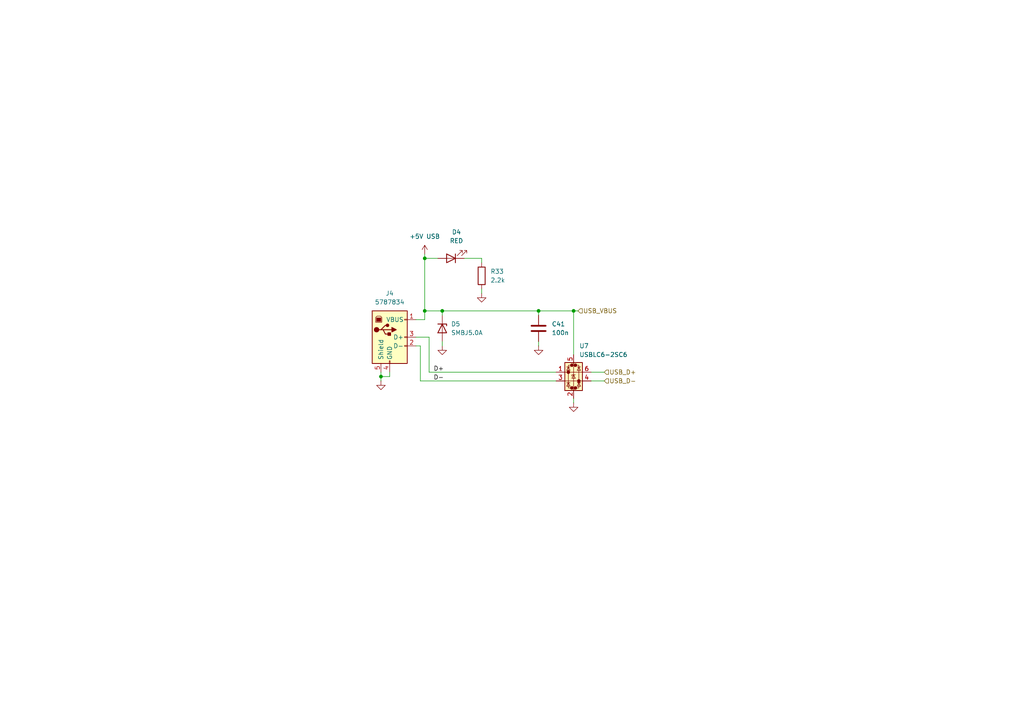
<source format=kicad_sch>
(kicad_sch
	(version 20250114)
	(generator "eeschema")
	(generator_version "9.0")
	(uuid "84a76aa0-d005-4219-8035-39b83764822a")
	(paper "A4")
	(lib_symbols
		(symbol "Connector:USB_B"
			(pin_names
				(offset 1.016)
			)
			(exclude_from_sim no)
			(in_bom yes)
			(on_board yes)
			(property "Reference" "J"
				(at -5.08 11.43 0)
				(effects
					(font
						(size 1.27 1.27)
					)
					(justify left)
				)
			)
			(property "Value" "USB_B"
				(at -5.08 8.89 0)
				(effects
					(font
						(size 1.27 1.27)
					)
					(justify left)
				)
			)
			(property "Footprint" ""
				(at 3.81 -1.27 0)
				(effects
					(font
						(size 1.27 1.27)
					)
					(hide yes)
				)
			)
			(property "Datasheet" "~"
				(at 3.81 -1.27 0)
				(effects
					(font
						(size 1.27 1.27)
					)
					(hide yes)
				)
			)
			(property "Description" "USB Type B connector"
				(at 0 0 0)
				(effects
					(font
						(size 1.27 1.27)
					)
					(hide yes)
				)
			)
			(property "ki_keywords" "connector USB"
				(at 0 0 0)
				(effects
					(font
						(size 1.27 1.27)
					)
					(hide yes)
				)
			)
			(property "ki_fp_filters" "USB*"
				(at 0 0 0)
				(effects
					(font
						(size 1.27 1.27)
					)
					(hide yes)
				)
			)
			(symbol "USB_B_0_1"
				(rectangle
					(start -5.08 -7.62)
					(end 5.08 7.62)
					(stroke
						(width 0.254)
						(type default)
					)
					(fill
						(type background)
					)
				)
				(polyline
					(pts
						(xy -4.064 4.318) (xy -2.286 4.318) (xy -2.286 5.715) (xy -2.667 6.096) (xy -3.683 6.096) (xy -4.064 5.715)
						(xy -4.064 4.318)
					)
					(stroke
						(width 0)
						(type default)
					)
					(fill
						(type none)
					)
				)
				(rectangle
					(start -3.81 5.588)
					(end -2.54 4.572)
					(stroke
						(width 0)
						(type default)
					)
					(fill
						(type outline)
					)
				)
				(circle
					(center -3.81 2.159)
					(radius 0.635)
					(stroke
						(width 0.254)
						(type default)
					)
					(fill
						(type outline)
					)
				)
				(polyline
					(pts
						(xy -3.175 2.159) (xy -2.54 2.159) (xy -1.27 3.429) (xy -0.635 3.429)
					)
					(stroke
						(width 0.254)
						(type default)
					)
					(fill
						(type none)
					)
				)
				(polyline
					(pts
						(xy -2.54 2.159) (xy -1.905 2.159) (xy -1.27 0.889) (xy 0 0.889)
					)
					(stroke
						(width 0.254)
						(type default)
					)
					(fill
						(type none)
					)
				)
				(polyline
					(pts
						(xy -1.905 2.159) (xy 0.635 2.159)
					)
					(stroke
						(width 0.254)
						(type default)
					)
					(fill
						(type none)
					)
				)
				(circle
					(center -0.635 3.429)
					(radius 0.381)
					(stroke
						(width 0.254)
						(type default)
					)
					(fill
						(type outline)
					)
				)
				(rectangle
					(start -0.127 -7.62)
					(end 0.127 -6.858)
					(stroke
						(width 0)
						(type default)
					)
					(fill
						(type none)
					)
				)
				(rectangle
					(start 0.254 1.27)
					(end -0.508 0.508)
					(stroke
						(width 0.254)
						(type default)
					)
					(fill
						(type outline)
					)
				)
				(polyline
					(pts
						(xy 0.635 2.794) (xy 0.635 1.524) (xy 1.905 2.159) (xy 0.635 2.794)
					)
					(stroke
						(width 0.254)
						(type default)
					)
					(fill
						(type outline)
					)
				)
				(rectangle
					(start 5.08 4.953)
					(end 4.318 5.207)
					(stroke
						(width 0)
						(type default)
					)
					(fill
						(type none)
					)
				)
				(rectangle
					(start 5.08 -0.127)
					(end 4.318 0.127)
					(stroke
						(width 0)
						(type default)
					)
					(fill
						(type none)
					)
				)
				(rectangle
					(start 5.08 -2.667)
					(end 4.318 -2.413)
					(stroke
						(width 0)
						(type default)
					)
					(fill
						(type none)
					)
				)
			)
			(symbol "USB_B_1_1"
				(pin passive line
					(at -2.54 -10.16 90)
					(length 2.54)
					(name "Shield"
						(effects
							(font
								(size 1.27 1.27)
							)
						)
					)
					(number "5"
						(effects
							(font
								(size 1.27 1.27)
							)
						)
					)
				)
				(pin power_out line
					(at 0 -10.16 90)
					(length 2.54)
					(name "GND"
						(effects
							(font
								(size 1.27 1.27)
							)
						)
					)
					(number "4"
						(effects
							(font
								(size 1.27 1.27)
							)
						)
					)
				)
				(pin power_out line
					(at 7.62 5.08 180)
					(length 2.54)
					(name "VBUS"
						(effects
							(font
								(size 1.27 1.27)
							)
						)
					)
					(number "1"
						(effects
							(font
								(size 1.27 1.27)
							)
						)
					)
				)
				(pin bidirectional line
					(at 7.62 0 180)
					(length 2.54)
					(name "D+"
						(effects
							(font
								(size 1.27 1.27)
							)
						)
					)
					(number "3"
						(effects
							(font
								(size 1.27 1.27)
							)
						)
					)
				)
				(pin bidirectional line
					(at 7.62 -2.54 180)
					(length 2.54)
					(name "D-"
						(effects
							(font
								(size 1.27 1.27)
							)
						)
					)
					(number "2"
						(effects
							(font
								(size 1.27 1.27)
							)
						)
					)
				)
			)
			(embedded_fonts no)
		)
		(symbol "Device:C"
			(pin_numbers
				(hide yes)
			)
			(pin_names
				(offset 0.254)
			)
			(exclude_from_sim no)
			(in_bom yes)
			(on_board yes)
			(property "Reference" "C"
				(at 0.635 2.54 0)
				(effects
					(font
						(size 1.27 1.27)
					)
					(justify left)
				)
			)
			(property "Value" "C"
				(at 0.635 -2.54 0)
				(effects
					(font
						(size 1.27 1.27)
					)
					(justify left)
				)
			)
			(property "Footprint" ""
				(at 0.9652 -3.81 0)
				(effects
					(font
						(size 1.27 1.27)
					)
					(hide yes)
				)
			)
			(property "Datasheet" "~"
				(at 0 0 0)
				(effects
					(font
						(size 1.27 1.27)
					)
					(hide yes)
				)
			)
			(property "Description" "Unpolarized capacitor"
				(at 0 0 0)
				(effects
					(font
						(size 1.27 1.27)
					)
					(hide yes)
				)
			)
			(property "ki_keywords" "cap capacitor"
				(at 0 0 0)
				(effects
					(font
						(size 1.27 1.27)
					)
					(hide yes)
				)
			)
			(property "ki_fp_filters" "C_*"
				(at 0 0 0)
				(effects
					(font
						(size 1.27 1.27)
					)
					(hide yes)
				)
			)
			(symbol "C_0_1"
				(polyline
					(pts
						(xy -2.032 0.762) (xy 2.032 0.762)
					)
					(stroke
						(width 0.508)
						(type default)
					)
					(fill
						(type none)
					)
				)
				(polyline
					(pts
						(xy -2.032 -0.762) (xy 2.032 -0.762)
					)
					(stroke
						(width 0.508)
						(type default)
					)
					(fill
						(type none)
					)
				)
			)
			(symbol "C_1_1"
				(pin passive line
					(at 0 3.81 270)
					(length 2.794)
					(name "~"
						(effects
							(font
								(size 1.27 1.27)
							)
						)
					)
					(number "1"
						(effects
							(font
								(size 1.27 1.27)
							)
						)
					)
				)
				(pin passive line
					(at 0 -3.81 90)
					(length 2.794)
					(name "~"
						(effects
							(font
								(size 1.27 1.27)
							)
						)
					)
					(number "2"
						(effects
							(font
								(size 1.27 1.27)
							)
						)
					)
				)
			)
			(embedded_fonts no)
		)
		(symbol "Device:D_Zener"
			(pin_numbers
				(hide yes)
			)
			(pin_names
				(offset 1.016)
				(hide yes)
			)
			(exclude_from_sim no)
			(in_bom yes)
			(on_board yes)
			(property "Reference" "D"
				(at 0 2.54 0)
				(effects
					(font
						(size 1.27 1.27)
					)
				)
			)
			(property "Value" "D_Zener"
				(at 0 -2.54 0)
				(effects
					(font
						(size 1.27 1.27)
					)
				)
			)
			(property "Footprint" ""
				(at 0 0 0)
				(effects
					(font
						(size 1.27 1.27)
					)
					(hide yes)
				)
			)
			(property "Datasheet" "~"
				(at 0 0 0)
				(effects
					(font
						(size 1.27 1.27)
					)
					(hide yes)
				)
			)
			(property "Description" "Zener diode"
				(at 0 0 0)
				(effects
					(font
						(size 1.27 1.27)
					)
					(hide yes)
				)
			)
			(property "ki_keywords" "diode"
				(at 0 0 0)
				(effects
					(font
						(size 1.27 1.27)
					)
					(hide yes)
				)
			)
			(property "ki_fp_filters" "TO-???* *_Diode_* *SingleDiode* D_*"
				(at 0 0 0)
				(effects
					(font
						(size 1.27 1.27)
					)
					(hide yes)
				)
			)
			(symbol "D_Zener_0_1"
				(polyline
					(pts
						(xy -1.27 -1.27) (xy -1.27 1.27) (xy -0.762 1.27)
					)
					(stroke
						(width 0.254)
						(type default)
					)
					(fill
						(type none)
					)
				)
				(polyline
					(pts
						(xy 1.27 0) (xy -1.27 0)
					)
					(stroke
						(width 0)
						(type default)
					)
					(fill
						(type none)
					)
				)
				(polyline
					(pts
						(xy 1.27 -1.27) (xy 1.27 1.27) (xy -1.27 0) (xy 1.27 -1.27)
					)
					(stroke
						(width 0.254)
						(type default)
					)
					(fill
						(type none)
					)
				)
			)
			(symbol "D_Zener_1_1"
				(pin passive line
					(at -3.81 0 0)
					(length 2.54)
					(name "K"
						(effects
							(font
								(size 1.27 1.27)
							)
						)
					)
					(number "1"
						(effects
							(font
								(size 1.27 1.27)
							)
						)
					)
				)
				(pin passive line
					(at 3.81 0 180)
					(length 2.54)
					(name "A"
						(effects
							(font
								(size 1.27 1.27)
							)
						)
					)
					(number "2"
						(effects
							(font
								(size 1.27 1.27)
							)
						)
					)
				)
			)
			(embedded_fonts no)
		)
		(symbol "Device:LED"
			(pin_numbers
				(hide yes)
			)
			(pin_names
				(offset 1.016)
				(hide yes)
			)
			(exclude_from_sim no)
			(in_bom yes)
			(on_board yes)
			(property "Reference" "D"
				(at 0 2.54 0)
				(effects
					(font
						(size 1.27 1.27)
					)
				)
			)
			(property "Value" "LED"
				(at 0 -2.54 0)
				(effects
					(font
						(size 1.27 1.27)
					)
				)
			)
			(property "Footprint" ""
				(at 0 0 0)
				(effects
					(font
						(size 1.27 1.27)
					)
					(hide yes)
				)
			)
			(property "Datasheet" "~"
				(at 0 0 0)
				(effects
					(font
						(size 1.27 1.27)
					)
					(hide yes)
				)
			)
			(property "Description" "Light emitting diode"
				(at 0 0 0)
				(effects
					(font
						(size 1.27 1.27)
					)
					(hide yes)
				)
			)
			(property "Sim.Pins" "1=K 2=A"
				(at 0 0 0)
				(effects
					(font
						(size 1.27 1.27)
					)
					(hide yes)
				)
			)
			(property "ki_keywords" "LED diode"
				(at 0 0 0)
				(effects
					(font
						(size 1.27 1.27)
					)
					(hide yes)
				)
			)
			(property "ki_fp_filters" "LED* LED_SMD:* LED_THT:*"
				(at 0 0 0)
				(effects
					(font
						(size 1.27 1.27)
					)
					(hide yes)
				)
			)
			(symbol "LED_0_1"
				(polyline
					(pts
						(xy -3.048 -0.762) (xy -4.572 -2.286) (xy -3.81 -2.286) (xy -4.572 -2.286) (xy -4.572 -1.524)
					)
					(stroke
						(width 0)
						(type default)
					)
					(fill
						(type none)
					)
				)
				(polyline
					(pts
						(xy -1.778 -0.762) (xy -3.302 -2.286) (xy -2.54 -2.286) (xy -3.302 -2.286) (xy -3.302 -1.524)
					)
					(stroke
						(width 0)
						(type default)
					)
					(fill
						(type none)
					)
				)
				(polyline
					(pts
						(xy -1.27 0) (xy 1.27 0)
					)
					(stroke
						(width 0)
						(type default)
					)
					(fill
						(type none)
					)
				)
				(polyline
					(pts
						(xy -1.27 -1.27) (xy -1.27 1.27)
					)
					(stroke
						(width 0.254)
						(type default)
					)
					(fill
						(type none)
					)
				)
				(polyline
					(pts
						(xy 1.27 -1.27) (xy 1.27 1.27) (xy -1.27 0) (xy 1.27 -1.27)
					)
					(stroke
						(width 0.254)
						(type default)
					)
					(fill
						(type none)
					)
				)
			)
			(symbol "LED_1_1"
				(pin passive line
					(at -3.81 0 0)
					(length 2.54)
					(name "K"
						(effects
							(font
								(size 1.27 1.27)
							)
						)
					)
					(number "1"
						(effects
							(font
								(size 1.27 1.27)
							)
						)
					)
				)
				(pin passive line
					(at 3.81 0 180)
					(length 2.54)
					(name "A"
						(effects
							(font
								(size 1.27 1.27)
							)
						)
					)
					(number "2"
						(effects
							(font
								(size 1.27 1.27)
							)
						)
					)
				)
			)
			(embedded_fonts no)
		)
		(symbol "Device:R"
			(pin_numbers
				(hide yes)
			)
			(pin_names
				(offset 0)
			)
			(exclude_from_sim no)
			(in_bom yes)
			(on_board yes)
			(property "Reference" "R"
				(at 2.032 0 90)
				(effects
					(font
						(size 1.27 1.27)
					)
				)
			)
			(property "Value" "R"
				(at 0 0 90)
				(effects
					(font
						(size 1.27 1.27)
					)
				)
			)
			(property "Footprint" ""
				(at -1.778 0 90)
				(effects
					(font
						(size 1.27 1.27)
					)
					(hide yes)
				)
			)
			(property "Datasheet" "~"
				(at 0 0 0)
				(effects
					(font
						(size 1.27 1.27)
					)
					(hide yes)
				)
			)
			(property "Description" "Resistor"
				(at 0 0 0)
				(effects
					(font
						(size 1.27 1.27)
					)
					(hide yes)
				)
			)
			(property "ki_keywords" "R res resistor"
				(at 0 0 0)
				(effects
					(font
						(size 1.27 1.27)
					)
					(hide yes)
				)
			)
			(property "ki_fp_filters" "R_*"
				(at 0 0 0)
				(effects
					(font
						(size 1.27 1.27)
					)
					(hide yes)
				)
			)
			(symbol "R_0_1"
				(rectangle
					(start -1.016 -2.54)
					(end 1.016 2.54)
					(stroke
						(width 0.254)
						(type default)
					)
					(fill
						(type none)
					)
				)
			)
			(symbol "R_1_1"
				(pin passive line
					(at 0 3.81 270)
					(length 1.27)
					(name "~"
						(effects
							(font
								(size 1.27 1.27)
							)
						)
					)
					(number "1"
						(effects
							(font
								(size 1.27 1.27)
							)
						)
					)
				)
				(pin passive line
					(at 0 -3.81 90)
					(length 1.27)
					(name "~"
						(effects
							(font
								(size 1.27 1.27)
							)
						)
					)
					(number "2"
						(effects
							(font
								(size 1.27 1.27)
							)
						)
					)
				)
			)
			(embedded_fonts no)
		)
		(symbol "Power_Protection:USBLC6-2SC6"
			(pin_names
				(hide yes)
			)
			(exclude_from_sim no)
			(in_bom yes)
			(on_board yes)
			(property "Reference" "U"
				(at 0.635 5.715 0)
				(effects
					(font
						(size 1.27 1.27)
					)
					(justify left)
				)
			)
			(property "Value" "USBLC6-2SC6"
				(at 0.635 3.81 0)
				(effects
					(font
						(size 1.27 1.27)
					)
					(justify left)
				)
			)
			(property "Footprint" "Package_TO_SOT_SMD:SOT-23-6"
				(at 1.27 -6.35 0)
				(effects
					(font
						(size 1.27 1.27)
						(italic yes)
					)
					(justify left)
					(hide yes)
				)
			)
			(property "Datasheet" "https://www.st.com/resource/en/datasheet/usblc6-2.pdf"
				(at 1.27 -8.255 0)
				(effects
					(font
						(size 1.27 1.27)
					)
					(justify left)
					(hide yes)
				)
			)
			(property "Description" "Very low capacitance ESD protection diode, 2 data-line, SOT-23-6"
				(at 0 0 0)
				(effects
					(font
						(size 1.27 1.27)
					)
					(hide yes)
				)
			)
			(property "ki_keywords" "usb ethernet video"
				(at 0 0 0)
				(effects
					(font
						(size 1.27 1.27)
					)
					(hide yes)
				)
			)
			(property "ki_fp_filters" "SOT?23*"
				(at 0 0 0)
				(effects
					(font
						(size 1.27 1.27)
					)
					(hide yes)
				)
			)
			(symbol "USBLC6-2SC6_0_0"
				(circle
					(center -1.524 0)
					(radius 0.0001)
					(stroke
						(width 0.508)
						(type default)
					)
					(fill
						(type none)
					)
				)
				(circle
					(center -0.508 2.032)
					(radius 0.0001)
					(stroke
						(width 0.508)
						(type default)
					)
					(fill
						(type none)
					)
				)
				(circle
					(center -0.508 -4.572)
					(radius 0.0001)
					(stroke
						(width 0.508)
						(type default)
					)
					(fill
						(type none)
					)
				)
				(circle
					(center 0.508 2.032)
					(radius 0.0001)
					(stroke
						(width 0.508)
						(type default)
					)
					(fill
						(type none)
					)
				)
				(circle
					(center 0.508 -4.572)
					(radius 0.0001)
					(stroke
						(width 0.508)
						(type default)
					)
					(fill
						(type none)
					)
				)
				(circle
					(center 1.524 -2.54)
					(radius 0.0001)
					(stroke
						(width 0.508)
						(type default)
					)
					(fill
						(type none)
					)
				)
			)
			(symbol "USBLC6-2SC6_0_1"
				(polyline
					(pts
						(xy -2.54 0) (xy 2.54 0)
					)
					(stroke
						(width 0)
						(type default)
					)
					(fill
						(type none)
					)
				)
				(polyline
					(pts
						(xy -2.54 -2.54) (xy 2.54 -2.54)
					)
					(stroke
						(width 0)
						(type default)
					)
					(fill
						(type none)
					)
				)
				(polyline
					(pts
						(xy -2.032 0.508) (xy -1.016 0.508) (xy -1.524 1.524) (xy -2.032 0.508)
					)
					(stroke
						(width 0)
						(type default)
					)
					(fill
						(type none)
					)
				)
				(polyline
					(pts
						(xy -2.032 -3.048) (xy -1.016 -3.048)
					)
					(stroke
						(width 0)
						(type default)
					)
					(fill
						(type none)
					)
				)
				(polyline
					(pts
						(xy -1.016 1.524) (xy -2.032 1.524)
					)
					(stroke
						(width 0)
						(type default)
					)
					(fill
						(type none)
					)
				)
				(polyline
					(pts
						(xy -1.016 -4.064) (xy -2.032 -4.064) (xy -1.524 -3.048) (xy -1.016 -4.064)
					)
					(stroke
						(width 0)
						(type default)
					)
					(fill
						(type none)
					)
				)
				(polyline
					(pts
						(xy -0.508 -1.143) (xy -0.508 -0.762) (xy 0.508 -0.762)
					)
					(stroke
						(width 0)
						(type default)
					)
					(fill
						(type none)
					)
				)
				(polyline
					(pts
						(xy 0 2.54) (xy -0.508 2.032) (xy 0.508 2.032) (xy 0 1.524) (xy 0 -4.064) (xy -0.508 -4.572) (xy 0.508 -4.572)
						(xy 0 -5.08)
					)
					(stroke
						(width 0)
						(type default)
					)
					(fill
						(type none)
					)
				)
				(polyline
					(pts
						(xy 0.508 -1.778) (xy -0.508 -1.778) (xy 0 -0.762) (xy 0.508 -1.778)
					)
					(stroke
						(width 0)
						(type default)
					)
					(fill
						(type none)
					)
				)
				(polyline
					(pts
						(xy 1.016 1.524) (xy 2.032 1.524)
					)
					(stroke
						(width 0)
						(type default)
					)
					(fill
						(type none)
					)
				)
				(polyline
					(pts
						(xy 1.016 -3.048) (xy 2.032 -3.048)
					)
					(stroke
						(width 0)
						(type default)
					)
					(fill
						(type none)
					)
				)
				(polyline
					(pts
						(xy 2.032 0.508) (xy 1.016 0.508) (xy 1.524 1.524) (xy 2.032 0.508)
					)
					(stroke
						(width 0)
						(type default)
					)
					(fill
						(type none)
					)
				)
				(polyline
					(pts
						(xy 2.032 -4.064) (xy 1.016 -4.064) (xy 1.524 -3.048) (xy 2.032 -4.064)
					)
					(stroke
						(width 0)
						(type default)
					)
					(fill
						(type none)
					)
				)
			)
			(symbol "USBLC6-2SC6_1_1"
				(rectangle
					(start -2.54 2.794)
					(end 2.54 -5.334)
					(stroke
						(width 0.254)
						(type default)
					)
					(fill
						(type background)
					)
				)
				(polyline
					(pts
						(xy -0.508 2.032) (xy -1.524 2.032) (xy -1.524 -4.572) (xy -0.508 -4.572)
					)
					(stroke
						(width 0)
						(type default)
					)
					(fill
						(type none)
					)
				)
				(polyline
					(pts
						(xy 0.508 -4.572) (xy 1.524 -4.572) (xy 1.524 2.032) (xy 0.508 2.032)
					)
					(stroke
						(width 0)
						(type default)
					)
					(fill
						(type none)
					)
				)
				(pin passive line
					(at -5.08 0 0)
					(length 2.54)
					(name "I/O1"
						(effects
							(font
								(size 1.27 1.27)
							)
						)
					)
					(number "1"
						(effects
							(font
								(size 1.27 1.27)
							)
						)
					)
				)
				(pin passive line
					(at -5.08 -2.54 0)
					(length 2.54)
					(name "I/O2"
						(effects
							(font
								(size 1.27 1.27)
							)
						)
					)
					(number "3"
						(effects
							(font
								(size 1.27 1.27)
							)
						)
					)
				)
				(pin passive line
					(at 0 5.08 270)
					(length 2.54)
					(name "VBUS"
						(effects
							(font
								(size 1.27 1.27)
							)
						)
					)
					(number "5"
						(effects
							(font
								(size 1.27 1.27)
							)
						)
					)
				)
				(pin passive line
					(at 0 -7.62 90)
					(length 2.54)
					(name "GND"
						(effects
							(font
								(size 1.27 1.27)
							)
						)
					)
					(number "2"
						(effects
							(font
								(size 1.27 1.27)
							)
						)
					)
				)
				(pin passive line
					(at 5.08 0 180)
					(length 2.54)
					(name "I/O1"
						(effects
							(font
								(size 1.27 1.27)
							)
						)
					)
					(number "6"
						(effects
							(font
								(size 1.27 1.27)
							)
						)
					)
				)
				(pin passive line
					(at 5.08 -2.54 180)
					(length 2.54)
					(name "I/O2"
						(effects
							(font
								(size 1.27 1.27)
							)
						)
					)
					(number "4"
						(effects
							(font
								(size 1.27 1.27)
							)
						)
					)
				)
			)
			(embedded_fonts no)
		)
		(symbol "power:+5V"
			(power)
			(pin_numbers
				(hide yes)
			)
			(pin_names
				(offset 0)
				(hide yes)
			)
			(exclude_from_sim no)
			(in_bom yes)
			(on_board yes)
			(property "Reference" "#PWR"
				(at 0 -3.81 0)
				(effects
					(font
						(size 1.27 1.27)
					)
					(hide yes)
				)
			)
			(property "Value" "+5V"
				(at 0 3.556 0)
				(effects
					(font
						(size 1.27 1.27)
					)
				)
			)
			(property "Footprint" ""
				(at 0 0 0)
				(effects
					(font
						(size 1.27 1.27)
					)
					(hide yes)
				)
			)
			(property "Datasheet" ""
				(at 0 0 0)
				(effects
					(font
						(size 1.27 1.27)
					)
					(hide yes)
				)
			)
			(property "Description" "Power symbol creates a global label with name \"+5V\""
				(at 0 0 0)
				(effects
					(font
						(size 1.27 1.27)
					)
					(hide yes)
				)
			)
			(property "ki_keywords" "global power"
				(at 0 0 0)
				(effects
					(font
						(size 1.27 1.27)
					)
					(hide yes)
				)
			)
			(symbol "+5V_0_1"
				(polyline
					(pts
						(xy -0.762 1.27) (xy 0 2.54)
					)
					(stroke
						(width 0)
						(type default)
					)
					(fill
						(type none)
					)
				)
				(polyline
					(pts
						(xy 0 2.54) (xy 0.762 1.27)
					)
					(stroke
						(width 0)
						(type default)
					)
					(fill
						(type none)
					)
				)
				(polyline
					(pts
						(xy 0 0) (xy 0 2.54)
					)
					(stroke
						(width 0)
						(type default)
					)
					(fill
						(type none)
					)
				)
			)
			(symbol "+5V_1_1"
				(pin power_in line
					(at 0 0 90)
					(length 0)
					(name "~"
						(effects
							(font
								(size 1.27 1.27)
							)
						)
					)
					(number "1"
						(effects
							(font
								(size 1.27 1.27)
							)
						)
					)
				)
			)
			(embedded_fonts no)
		)
		(symbol "power:GND"
			(power)
			(pin_numbers
				(hide yes)
			)
			(pin_names
				(offset 0)
				(hide yes)
			)
			(exclude_from_sim no)
			(in_bom yes)
			(on_board yes)
			(property "Reference" "#PWR"
				(at 0 -6.35 0)
				(effects
					(font
						(size 1.27 1.27)
					)
					(hide yes)
				)
			)
			(property "Value" "GND"
				(at 0 -3.81 0)
				(effects
					(font
						(size 1.27 1.27)
					)
				)
			)
			(property "Footprint" ""
				(at 0 0 0)
				(effects
					(font
						(size 1.27 1.27)
					)
					(hide yes)
				)
			)
			(property "Datasheet" ""
				(at 0 0 0)
				(effects
					(font
						(size 1.27 1.27)
					)
					(hide yes)
				)
			)
			(property "Description" "Power symbol creates a global label with name \"GND\" , ground"
				(at 0 0 0)
				(effects
					(font
						(size 1.27 1.27)
					)
					(hide yes)
				)
			)
			(property "ki_keywords" "global power"
				(at 0 0 0)
				(effects
					(font
						(size 1.27 1.27)
					)
					(hide yes)
				)
			)
			(symbol "GND_0_1"
				(polyline
					(pts
						(xy 0 0) (xy 0 -1.27) (xy 1.27 -1.27) (xy 0 -2.54) (xy -1.27 -1.27) (xy 0 -1.27)
					)
					(stroke
						(width 0)
						(type default)
					)
					(fill
						(type none)
					)
				)
			)
			(symbol "GND_1_1"
				(pin power_in line
					(at 0 0 270)
					(length 0)
					(name "~"
						(effects
							(font
								(size 1.27 1.27)
							)
						)
					)
					(number "1"
						(effects
							(font
								(size 1.27 1.27)
							)
						)
					)
				)
			)
			(embedded_fonts no)
		)
	)
	(junction
		(at 128.27 90.17)
		(diameter 0)
		(color 0 0 0 0)
		(uuid "0b703236-0b8c-4ff3-9ec9-451d2391c746")
	)
	(junction
		(at 110.49 109.22)
		(diameter 0)
		(color 0 0 0 0)
		(uuid "294b59de-cd00-4537-abe8-2afccbe7a980")
	)
	(junction
		(at 156.21 90.17)
		(diameter 0)
		(color 0 0 0 0)
		(uuid "38b1cd1d-8cc3-463c-a9bb-f5012f0b8de1")
	)
	(junction
		(at 123.19 90.17)
		(diameter 0)
		(color 0 0 0 0)
		(uuid "5a704dee-ddc6-4661-b673-f637be4af457")
	)
	(junction
		(at 123.19 74.93)
		(diameter 0)
		(color 0 0 0 0)
		(uuid "7a439596-c266-494d-80f7-f725996e1bac")
	)
	(junction
		(at 166.37 90.17)
		(diameter 0)
		(color 0 0 0 0)
		(uuid "93e71132-3c41-4b81-9009-10d7c72471ea")
	)
	(wire
		(pts
			(xy 171.45 110.49) (xy 175.26 110.49)
		)
		(stroke
			(width 0)
			(type default)
		)
		(uuid "002bf320-53ca-491a-b76e-e257f7e7e28d")
	)
	(wire
		(pts
			(xy 166.37 115.57) (xy 166.37 116.84)
		)
		(stroke
			(width 0)
			(type default)
		)
		(uuid "08149e9b-a265-4d0a-9da1-b70aa4837910")
	)
	(wire
		(pts
			(xy 166.37 90.17) (xy 156.21 90.17)
		)
		(stroke
			(width 0)
			(type default)
		)
		(uuid "0f105dfb-68db-4cd6-a1db-ce179871a03e")
	)
	(wire
		(pts
			(xy 121.92 110.49) (xy 161.29 110.49)
		)
		(stroke
			(width 0)
			(type default)
		)
		(uuid "130441f4-9db4-4a80-a09b-d4cd11519b47")
	)
	(wire
		(pts
			(xy 166.37 102.87) (xy 166.37 90.17)
		)
		(stroke
			(width 0)
			(type default)
		)
		(uuid "1d924c51-d3ed-4c3b-9ca3-b7dfe2f2a3e3")
	)
	(wire
		(pts
			(xy 123.19 90.17) (xy 128.27 90.17)
		)
		(stroke
			(width 0)
			(type default)
		)
		(uuid "25212053-9c72-482e-8a41-2c80ecb67810")
	)
	(wire
		(pts
			(xy 128.27 99.06) (xy 128.27 100.33)
		)
		(stroke
			(width 0)
			(type default)
		)
		(uuid "36a023d2-3863-4ad0-afac-aac3df587b36")
	)
	(wire
		(pts
			(xy 113.03 107.95) (xy 113.03 109.22)
		)
		(stroke
			(width 0)
			(type default)
		)
		(uuid "36f0ce00-5722-4ce3-8157-6d88b3bd58f1")
	)
	(wire
		(pts
			(xy 166.37 90.17) (xy 167.64 90.17)
		)
		(stroke
			(width 0)
			(type default)
		)
		(uuid "3ac11cac-61c9-4817-8cac-acf5bf53f0f0")
	)
	(wire
		(pts
			(xy 123.19 90.17) (xy 123.19 74.93)
		)
		(stroke
			(width 0)
			(type default)
		)
		(uuid "45dfcba9-a910-411f-aab7-8f01847b7555")
	)
	(wire
		(pts
			(xy 124.46 107.95) (xy 161.29 107.95)
		)
		(stroke
			(width 0)
			(type default)
		)
		(uuid "4d3f558f-7506-45b2-9c26-6e3acb0238e6")
	)
	(wire
		(pts
			(xy 110.49 107.95) (xy 110.49 109.22)
		)
		(stroke
			(width 0)
			(type default)
		)
		(uuid "6801c2f2-7feb-412c-a41e-539186a99d25")
	)
	(wire
		(pts
			(xy 113.03 109.22) (xy 110.49 109.22)
		)
		(stroke
			(width 0)
			(type default)
		)
		(uuid "6ff37c82-5a29-4389-94c2-2a447078d2b5")
	)
	(wire
		(pts
			(xy 110.49 109.22) (xy 110.49 110.49)
		)
		(stroke
			(width 0)
			(type default)
		)
		(uuid "7714cb99-0831-4830-9cbf-527baf63d7ee")
	)
	(wire
		(pts
			(xy 128.27 90.17) (xy 156.21 90.17)
		)
		(stroke
			(width 0)
			(type default)
		)
		(uuid "86476cdc-8efc-4496-b8f0-aa0f133cf1f3")
	)
	(wire
		(pts
			(xy 123.19 92.71) (xy 123.19 90.17)
		)
		(stroke
			(width 0)
			(type default)
		)
		(uuid "919d641e-c3ef-4990-b7ae-8d9c78f7be67")
	)
	(wire
		(pts
			(xy 128.27 90.17) (xy 128.27 91.44)
		)
		(stroke
			(width 0)
			(type default)
		)
		(uuid "941ca12a-938c-417b-9b2e-f13e9ac7db30")
	)
	(wire
		(pts
			(xy 156.21 99.06) (xy 156.21 100.33)
		)
		(stroke
			(width 0)
			(type default)
		)
		(uuid "98a1e1c6-3d63-4668-9745-5d19ab2af36d")
	)
	(wire
		(pts
			(xy 124.46 97.79) (xy 120.65 97.79)
		)
		(stroke
			(width 0)
			(type default)
		)
		(uuid "9e349ece-b83d-43d9-bcc7-e57e7119b5d3")
	)
	(wire
		(pts
			(xy 134.62 74.93) (xy 139.7 74.93)
		)
		(stroke
			(width 0)
			(type default)
		)
		(uuid "a137bef4-1eeb-4c2c-9dec-d8d888dc3a4e")
	)
	(wire
		(pts
			(xy 139.7 76.2) (xy 139.7 74.93)
		)
		(stroke
			(width 0)
			(type default)
		)
		(uuid "a41ab9c5-342b-49a3-b5a8-0ecc4f2ed2c3")
	)
	(wire
		(pts
			(xy 123.19 74.93) (xy 127 74.93)
		)
		(stroke
			(width 0)
			(type default)
		)
		(uuid "a5d4915b-abbe-44a1-ba10-e72ab63ea314")
	)
	(wire
		(pts
			(xy 123.19 74.93) (xy 123.19 73.66)
		)
		(stroke
			(width 0)
			(type default)
		)
		(uuid "a9b84f94-7856-4126-b612-5a8bfc562312")
	)
	(wire
		(pts
			(xy 124.46 107.95) (xy 124.46 97.79)
		)
		(stroke
			(width 0)
			(type default)
		)
		(uuid "b3f97a20-60ce-47cc-a992-62b80358f4f4")
	)
	(wire
		(pts
			(xy 171.45 107.95) (xy 175.26 107.95)
		)
		(stroke
			(width 0)
			(type default)
		)
		(uuid "b8b400f1-ec5d-45da-8586-7e00b0aebc51")
	)
	(wire
		(pts
			(xy 139.7 83.82) (xy 139.7 85.09)
		)
		(stroke
			(width 0)
			(type default)
		)
		(uuid "bc9f2b95-b95e-4576-8490-3f0e4664c42c")
	)
	(wire
		(pts
			(xy 120.65 92.71) (xy 123.19 92.71)
		)
		(stroke
			(width 0)
			(type default)
		)
		(uuid "c18e4330-12eb-455d-b1cf-60b95cc4a6b2")
	)
	(wire
		(pts
			(xy 121.92 100.33) (xy 120.65 100.33)
		)
		(stroke
			(width 0)
			(type default)
		)
		(uuid "eb6fc0f3-a1e8-43cc-95e9-2d758ee200f0")
	)
	(wire
		(pts
			(xy 121.92 110.49) (xy 121.92 100.33)
		)
		(stroke
			(width 0)
			(type default)
		)
		(uuid "efa3e5dd-8184-433e-ab21-2b605310ac10")
	)
	(wire
		(pts
			(xy 156.21 90.17) (xy 156.21 91.44)
		)
		(stroke
			(width 0)
			(type default)
		)
		(uuid "f2c296df-4eaf-43fe-869c-adeb91ba0842")
	)
	(label "D-"
		(at 125.73 110.49 0)
		(effects
			(font
				(size 1.27 1.27)
			)
			(justify left bottom)
		)
		(uuid "aebb5108-4b89-4e27-9918-2c41481a895c")
	)
	(label "D+"
		(at 125.73 107.95 0)
		(effects
			(font
				(size 1.27 1.27)
			)
			(justify left bottom)
		)
		(uuid "bdf53c5a-50c0-4e31-a1c4-f3008c3e18d9")
	)
	(hierarchical_label "USB_VBUS"
		(shape input)
		(at 167.64 90.17 0)
		(effects
			(font
				(size 1.27 1.27)
			)
			(justify left)
		)
		(uuid "3918d062-0a63-4df0-847a-49dee8bfa528")
	)
	(hierarchical_label "USB_D+"
		(shape input)
		(at 175.26 107.95 0)
		(effects
			(font
				(size 1.27 1.27)
			)
			(justify left)
		)
		(uuid "55b37730-d4d4-4cca-a408-bbde6578b19f")
	)
	(hierarchical_label "USB_D-"
		(shape input)
		(at 175.26 110.49 0)
		(effects
			(font
				(size 1.27 1.27)
			)
			(justify left)
		)
		(uuid "7e3ba0cb-c3fd-4881-880d-e12764ad3a85")
	)
	(symbol
		(lib_id "power:+5V")
		(at 123.19 73.66 0)
		(unit 1)
		(exclude_from_sim no)
		(in_bom yes)
		(on_board yes)
		(dnp no)
		(fields_autoplaced yes)
		(uuid "04e7f3b9-12a7-46e4-85e9-608fc1bd81e1")
		(property "Reference" "#PWR047"
			(at 123.19 77.47 0)
			(effects
				(font
					(size 1.27 1.27)
				)
				(hide yes)
			)
		)
		(property "Value" "+5V USB"
			(at 123.19 68.58 0)
			(effects
				(font
					(size 1.27 1.27)
				)
			)
		)
		(property "Footprint" ""
			(at 123.19 73.66 0)
			(effects
				(font
					(size 1.27 1.27)
				)
				(hide yes)
			)
		)
		(property "Datasheet" ""
			(at 123.19 73.66 0)
			(effects
				(font
					(size 1.27 1.27)
				)
				(hide yes)
			)
		)
		(property "Description" "Power symbol creates a global label with name \"+5V\""
			(at 123.19 73.66 0)
			(effects
				(font
					(size 1.27 1.27)
				)
				(hide yes)
			)
		)
		(pin "1"
			(uuid "f0d27d7b-8759-4e85-9fa4-b1b6e4df50aa")
		)
		(instances
			(project "Input_Eve_V1.0"
				(path "/519cd8d4-bb93-4bd2-8d6d-fc5bc7100516/32262b9b-f3a7-465b-94e0-98f5d04b485b"
					(reference "#PWR047")
					(unit 1)
				)
			)
		)
	)
	(symbol
		(lib_id "Connector:USB_B")
		(at 113.03 97.79 0)
		(unit 1)
		(exclude_from_sim no)
		(in_bom yes)
		(on_board yes)
		(dnp no)
		(fields_autoplaced yes)
		(uuid "1be2bd7a-307a-4edf-bab3-f4f7b30a343e")
		(property "Reference" "J4"
			(at 113.03 85.09 0)
			(effects
				(font
					(size 1.27 1.27)
				)
			)
		)
		(property "Value" "5787834"
			(at 113.03 87.63 0)
			(effects
				(font
					(size 1.27 1.27)
				)
			)
		)
		(property "Footprint" "Connector_USB:USB_B_TE_5787834_Vertical"
			(at 116.84 99.06 0)
			(effects
				(font
					(size 1.27 1.27)
				)
				(hide yes)
			)
		)
		(property "Datasheet" "~"
			(at 116.84 99.06 0)
			(effects
				(font
					(size 1.27 1.27)
				)
				(hide yes)
			)
		)
		(property "Description" "USB Type B connector"
			(at 113.03 97.79 0)
			(effects
				(font
					(size 1.27 1.27)
				)
				(hide yes)
			)
		)
		(pin "4"
			(uuid "9267c8c0-92fa-4eb6-8001-1f60a7aa54e8")
		)
		(pin "2"
			(uuid "20e069b9-4d1e-479b-8589-5ff15d8d7cc6")
		)
		(pin "5"
			(uuid "7056a15d-f0f2-4a6c-8920-09df5768956f")
		)
		(pin "1"
			(uuid "8445f8ba-8acb-4d71-8fdd-0fcee5237904")
		)
		(pin "3"
			(uuid "285b4703-afc3-42a4-ae3a-be5ebf4dacdb")
		)
		(instances
			(project "Input_Eve_V1.0"
				(path "/519cd8d4-bb93-4bd2-8d6d-fc5bc7100516/32262b9b-f3a7-465b-94e0-98f5d04b485b"
					(reference "J4")
					(unit 1)
				)
			)
		)
	)
	(symbol
		(lib_id "Device:LED")
		(at 130.81 74.93 180)
		(unit 1)
		(exclude_from_sim no)
		(in_bom yes)
		(on_board yes)
		(dnp no)
		(fields_autoplaced yes)
		(uuid "6bb1559e-c123-4210-b015-868a62dfe008")
		(property "Reference" "D4"
			(at 132.3975 67.31 0)
			(effects
				(font
					(size 1.27 1.27)
				)
			)
		)
		(property "Value" "RED"
			(at 132.3975 69.85 0)
			(effects
				(font
					(size 1.27 1.27)
				)
			)
		)
		(property "Footprint" "LED_SMD:LED_0603_1608Metric"
			(at 130.81 74.93 0)
			(effects
				(font
					(size 1.27 1.27)
				)
				(hide yes)
			)
		)
		(property "Datasheet" "~"
			(at 130.81 74.93 0)
			(effects
				(font
					(size 1.27 1.27)
				)
				(hide yes)
			)
		)
		(property "Description" "Light emitting diode"
			(at 130.81 74.93 0)
			(effects
				(font
					(size 1.27 1.27)
				)
				(hide yes)
			)
		)
		(property "Sim.Pins" "1=K 2=A"
			(at 130.81 74.93 0)
			(effects
				(font
					(size 1.27 1.27)
				)
				(hide yes)
			)
		)
		(pin "1"
			(uuid "3f9e9dad-401d-453d-bcec-049e2530342c")
		)
		(pin "2"
			(uuid "c0d3d183-57db-492b-b5bc-be1a97a54498")
		)
		(instances
			(project "Input_Eve_V1.0"
				(path "/519cd8d4-bb93-4bd2-8d6d-fc5bc7100516/32262b9b-f3a7-465b-94e0-98f5d04b485b"
					(reference "D4")
					(unit 1)
				)
			)
		)
	)
	(symbol
		(lib_id "power:GND")
		(at 128.27 100.33 0)
		(unit 1)
		(exclude_from_sim no)
		(in_bom yes)
		(on_board yes)
		(dnp no)
		(fields_autoplaced yes)
		(uuid "8cb13dcb-0c84-4f38-a1ac-d9d37a3be399")
		(property "Reference" "#PWR049"
			(at 128.27 106.68 0)
			(effects
				(font
					(size 1.27 1.27)
				)
				(hide yes)
			)
		)
		(property "Value" "GND"
			(at 128.27 105.41 0)
			(effects
				(font
					(size 1.27 1.27)
				)
				(hide yes)
			)
		)
		(property "Footprint" ""
			(at 128.27 100.33 0)
			(effects
				(font
					(size 1.27 1.27)
				)
				(hide yes)
			)
		)
		(property "Datasheet" ""
			(at 128.27 100.33 0)
			(effects
				(font
					(size 1.27 1.27)
				)
				(hide yes)
			)
		)
		(property "Description" "Power symbol creates a global label with name \"GND\" , ground"
			(at 128.27 100.33 0)
			(effects
				(font
					(size 1.27 1.27)
				)
				(hide yes)
			)
		)
		(pin "1"
			(uuid "f0664217-632c-41be-b58b-412246950a9d")
		)
		(instances
			(project "Input_Eve_V1.0"
				(path "/519cd8d4-bb93-4bd2-8d6d-fc5bc7100516/32262b9b-f3a7-465b-94e0-98f5d04b485b"
					(reference "#PWR049")
					(unit 1)
				)
			)
		)
	)
	(symbol
		(lib_id "power:GND")
		(at 156.21 100.33 0)
		(unit 1)
		(exclude_from_sim no)
		(in_bom yes)
		(on_board yes)
		(dnp no)
		(fields_autoplaced yes)
		(uuid "b85486a3-cccc-4ecd-b3e1-a2157813f8d2")
		(property "Reference" "#PWR050"
			(at 156.21 106.68 0)
			(effects
				(font
					(size 1.27 1.27)
				)
				(hide yes)
			)
		)
		(property "Value" "GND"
			(at 156.21 105.41 0)
			(effects
				(font
					(size 1.27 1.27)
				)
				(hide yes)
			)
		)
		(property "Footprint" ""
			(at 156.21 100.33 0)
			(effects
				(font
					(size 1.27 1.27)
				)
				(hide yes)
			)
		)
		(property "Datasheet" ""
			(at 156.21 100.33 0)
			(effects
				(font
					(size 1.27 1.27)
				)
				(hide yes)
			)
		)
		(property "Description" "Power symbol creates a global label with name \"GND\" , ground"
			(at 156.21 100.33 0)
			(effects
				(font
					(size 1.27 1.27)
				)
				(hide yes)
			)
		)
		(pin "1"
			(uuid "1c6332e2-e07c-400e-91f4-1408017eed99")
		)
		(instances
			(project "Input_Eve_V1.0"
				(path "/519cd8d4-bb93-4bd2-8d6d-fc5bc7100516/32262b9b-f3a7-465b-94e0-98f5d04b485b"
					(reference "#PWR050")
					(unit 1)
				)
			)
		)
	)
	(symbol
		(lib_id "power:GND")
		(at 166.37 116.84 0)
		(unit 1)
		(exclude_from_sim no)
		(in_bom yes)
		(on_board yes)
		(dnp no)
		(fields_autoplaced yes)
		(uuid "bdb5c6df-8768-4a05-b65c-801433cd0c35")
		(property "Reference" "#PWR052"
			(at 166.37 123.19 0)
			(effects
				(font
					(size 1.27 1.27)
				)
				(hide yes)
			)
		)
		(property "Value" "GND"
			(at 166.37 121.92 0)
			(effects
				(font
					(size 1.27 1.27)
				)
				(hide yes)
			)
		)
		(property "Footprint" ""
			(at 166.37 116.84 0)
			(effects
				(font
					(size 1.27 1.27)
				)
				(hide yes)
			)
		)
		(property "Datasheet" ""
			(at 166.37 116.84 0)
			(effects
				(font
					(size 1.27 1.27)
				)
				(hide yes)
			)
		)
		(property "Description" "Power symbol creates a global label with name \"GND\" , ground"
			(at 166.37 116.84 0)
			(effects
				(font
					(size 1.27 1.27)
				)
				(hide yes)
			)
		)
		(pin "1"
			(uuid "3affd9e0-9f17-4be4-83ea-93e7be77513a")
		)
		(instances
			(project "Input_Eve_V1.0"
				(path "/519cd8d4-bb93-4bd2-8d6d-fc5bc7100516/32262b9b-f3a7-465b-94e0-98f5d04b485b"
					(reference "#PWR052")
					(unit 1)
				)
			)
		)
	)
	(symbol
		(lib_id "Power_Protection:USBLC6-2SC6")
		(at 166.37 107.95 0)
		(unit 1)
		(exclude_from_sim no)
		(in_bom yes)
		(on_board yes)
		(dnp no)
		(fields_autoplaced yes)
		(uuid "c89045f9-efcd-4151-8a34-2c8412196e8f")
		(property "Reference" "U7"
			(at 168.0211 100.33 0)
			(effects
				(font
					(size 1.27 1.27)
				)
				(justify left)
			)
		)
		(property "Value" "USBLC6-2SC6"
			(at 168.0211 102.87 0)
			(effects
				(font
					(size 1.27 1.27)
				)
				(justify left)
			)
		)
		(property "Footprint" "Package_TO_SOT_SMD:SOT-23-6"
			(at 167.64 114.3 0)
			(effects
				(font
					(size 1.27 1.27)
					(italic yes)
				)
				(justify left)
				(hide yes)
			)
		)
		(property "Datasheet" "https://www.st.com/resource/en/datasheet/usblc6-2.pdf"
			(at 167.64 116.205 0)
			(effects
				(font
					(size 1.27 1.27)
				)
				(justify left)
				(hide yes)
			)
		)
		(property "Description" "Very low capacitance ESD protection diode, 2 data-line, SOT-23-6"
			(at 166.37 107.95 0)
			(effects
				(font
					(size 1.27 1.27)
				)
				(hide yes)
			)
		)
		(pin "1"
			(uuid "daf11b4f-7925-4f75-bc6d-14931520b9bf")
		)
		(pin "3"
			(uuid "304db63b-a03a-469b-a25e-c95bcab04580")
		)
		(pin "5"
			(uuid "963636b9-6f92-4fde-a997-9037a3fff78f")
		)
		(pin "2"
			(uuid "2f85e924-68d4-4192-84f9-9ba5587da4fb")
		)
		(pin "6"
			(uuid "f682318f-7cb6-4b02-8d8f-2fced2c35b43")
		)
		(pin "4"
			(uuid "39f608b9-4442-4181-9516-896aa7d4e653")
		)
		(instances
			(project ""
				(path "/519cd8d4-bb93-4bd2-8d6d-fc5bc7100516/32262b9b-f3a7-465b-94e0-98f5d04b485b"
					(reference "U7")
					(unit 1)
				)
			)
		)
	)
	(symbol
		(lib_id "Device:D_Zener")
		(at 128.27 95.25 270)
		(unit 1)
		(exclude_from_sim no)
		(in_bom yes)
		(on_board yes)
		(dnp no)
		(fields_autoplaced yes)
		(uuid "d27c9a53-a032-4748-a430-e77607019b5c")
		(property "Reference" "D5"
			(at 130.81 93.9799 90)
			(effects
				(font
					(size 1.27 1.27)
				)
				(justify left)
			)
		)
		(property "Value" "SMBJ5.0A"
			(at 130.81 96.5199 90)
			(effects
				(font
					(size 1.27 1.27)
				)
				(justify left)
			)
		)
		(property "Footprint" "Diode_SMD:D_SMB"
			(at 128.27 95.25 0)
			(effects
				(font
					(size 1.27 1.27)
				)
				(hide yes)
			)
		)
		(property "Datasheet" "~"
			(at 128.27 95.25 0)
			(effects
				(font
					(size 1.27 1.27)
				)
				(hide yes)
			)
		)
		(property "Description" "Zener diode"
			(at 128.27 95.25 0)
			(effects
				(font
					(size 1.27 1.27)
				)
				(hide yes)
			)
		)
		(pin "1"
			(uuid "15afc0eb-09af-4f27-91df-56c3f167026a")
		)
		(pin "2"
			(uuid "612375f2-8765-453b-b8cb-050d7fdc7402")
		)
		(instances
			(project ""
				(path "/519cd8d4-bb93-4bd2-8d6d-fc5bc7100516/32262b9b-f3a7-465b-94e0-98f5d04b485b"
					(reference "D5")
					(unit 1)
				)
			)
		)
	)
	(symbol
		(lib_id "power:GND")
		(at 139.7 85.09 0)
		(unit 1)
		(exclude_from_sim no)
		(in_bom yes)
		(on_board yes)
		(dnp no)
		(fields_autoplaced yes)
		(uuid "f1588f62-f030-47e2-9e4a-3ea435655b76")
		(property "Reference" "#PWR048"
			(at 139.7 91.44 0)
			(effects
				(font
					(size 1.27 1.27)
				)
				(hide yes)
			)
		)
		(property "Value" "GND"
			(at 139.7 90.17 0)
			(effects
				(font
					(size 1.27 1.27)
				)
				(hide yes)
			)
		)
		(property "Footprint" ""
			(at 139.7 85.09 0)
			(effects
				(font
					(size 1.27 1.27)
				)
				(hide yes)
			)
		)
		(property "Datasheet" ""
			(at 139.7 85.09 0)
			(effects
				(font
					(size 1.27 1.27)
				)
				(hide yes)
			)
		)
		(property "Description" "Power symbol creates a global label with name \"GND\" , ground"
			(at 139.7 85.09 0)
			(effects
				(font
					(size 1.27 1.27)
				)
				(hide yes)
			)
		)
		(pin "1"
			(uuid "d7d37d77-4a8b-43fd-a044-bd29445f6abc")
		)
		(instances
			(project "Input_Eve_V1.0"
				(path "/519cd8d4-bb93-4bd2-8d6d-fc5bc7100516/32262b9b-f3a7-465b-94e0-98f5d04b485b"
					(reference "#PWR048")
					(unit 1)
				)
			)
		)
	)
	(symbol
		(lib_id "Device:R")
		(at 139.7 80.01 0)
		(unit 1)
		(exclude_from_sim no)
		(in_bom yes)
		(on_board yes)
		(dnp no)
		(fields_autoplaced yes)
		(uuid "f50a6daa-776d-4337-9681-634c439b132b")
		(property "Reference" "R33"
			(at 142.24 78.7399 0)
			(effects
				(font
					(size 1.27 1.27)
				)
				(justify left)
			)
		)
		(property "Value" "2.2k"
			(at 142.24 81.2799 0)
			(effects
				(font
					(size 1.27 1.27)
				)
				(justify left)
			)
		)
		(property "Footprint" "Resistor_SMD:R_0402_1005Metric"
			(at 137.922 80.01 90)
			(effects
				(font
					(size 1.27 1.27)
				)
				(hide yes)
			)
		)
		(property "Datasheet" "~"
			(at 139.7 80.01 0)
			(effects
				(font
					(size 1.27 1.27)
				)
				(hide yes)
			)
		)
		(property "Description" "Resistor"
			(at 139.7 80.01 0)
			(effects
				(font
					(size 1.27 1.27)
				)
				(hide yes)
			)
		)
		(pin "1"
			(uuid "c6047c50-5c69-4069-936b-b6e75d17a2d9")
		)
		(pin "2"
			(uuid "10f69b57-86ac-4707-95d5-ccf684825ae2")
		)
		(instances
			(project "Input_Eve_V1.0"
				(path "/519cd8d4-bb93-4bd2-8d6d-fc5bc7100516/32262b9b-f3a7-465b-94e0-98f5d04b485b"
					(reference "R33")
					(unit 1)
				)
			)
		)
	)
	(symbol
		(lib_id "Device:C")
		(at 156.21 95.25 0)
		(unit 1)
		(exclude_from_sim no)
		(in_bom yes)
		(on_board yes)
		(dnp no)
		(fields_autoplaced yes)
		(uuid "ff098e73-81bd-4c40-b859-4d7c45377b64")
		(property "Reference" "C41"
			(at 160.02 93.9799 0)
			(effects
				(font
					(size 1.27 1.27)
				)
				(justify left)
			)
		)
		(property "Value" "100n"
			(at 160.02 96.5199 0)
			(effects
				(font
					(size 1.27 1.27)
				)
				(justify left)
			)
		)
		(property "Footprint" "Capacitor_SMD:C_0402_1005Metric"
			(at 157.1752 99.06 0)
			(effects
				(font
					(size 1.27 1.27)
				)
				(hide yes)
			)
		)
		(property "Datasheet" "~"
			(at 156.21 95.25 0)
			(effects
				(font
					(size 1.27 1.27)
				)
				(hide yes)
			)
		)
		(property "Description" "Unpolarized capacitor"
			(at 156.21 95.25 0)
			(effects
				(font
					(size 1.27 1.27)
				)
				(hide yes)
			)
		)
		(pin "2"
			(uuid "1ad7b510-c5da-4e50-83c5-3bc300a3bfb5")
		)
		(pin "1"
			(uuid "891da5be-1930-4253-b371-bc9fd97eeb70")
		)
		(instances
			(project ""
				(path "/519cd8d4-bb93-4bd2-8d6d-fc5bc7100516/32262b9b-f3a7-465b-94e0-98f5d04b485b"
					(reference "C41")
					(unit 1)
				)
			)
		)
	)
	(symbol
		(lib_id "power:GND")
		(at 110.49 110.49 0)
		(unit 1)
		(exclude_from_sim no)
		(in_bom yes)
		(on_board yes)
		(dnp no)
		(fields_autoplaced yes)
		(uuid "fff5dccc-d445-425e-83ee-f6310b87f555")
		(property "Reference" "#PWR051"
			(at 110.49 116.84 0)
			(effects
				(font
					(size 1.27 1.27)
				)
				(hide yes)
			)
		)
		(property "Value" "GND"
			(at 110.49 115.57 0)
			(effects
				(font
					(size 1.27 1.27)
				)
				(hide yes)
			)
		)
		(property "Footprint" ""
			(at 110.49 110.49 0)
			(effects
				(font
					(size 1.27 1.27)
				)
				(hide yes)
			)
		)
		(property "Datasheet" ""
			(at 110.49 110.49 0)
			(effects
				(font
					(size 1.27 1.27)
				)
				(hide yes)
			)
		)
		(property "Description" "Power symbol creates a global label with name \"GND\" , ground"
			(at 110.49 110.49 0)
			(effects
				(font
					(size 1.27 1.27)
				)
				(hide yes)
			)
		)
		(pin "1"
			(uuid "a434e607-343d-4493-b1f9-b879231c1ca0")
		)
		(instances
			(project "Input_Eve_V1.0"
				(path "/519cd8d4-bb93-4bd2-8d6d-fc5bc7100516/32262b9b-f3a7-465b-94e0-98f5d04b485b"
					(reference "#PWR051")
					(unit 1)
				)
			)
		)
	)
)

</source>
